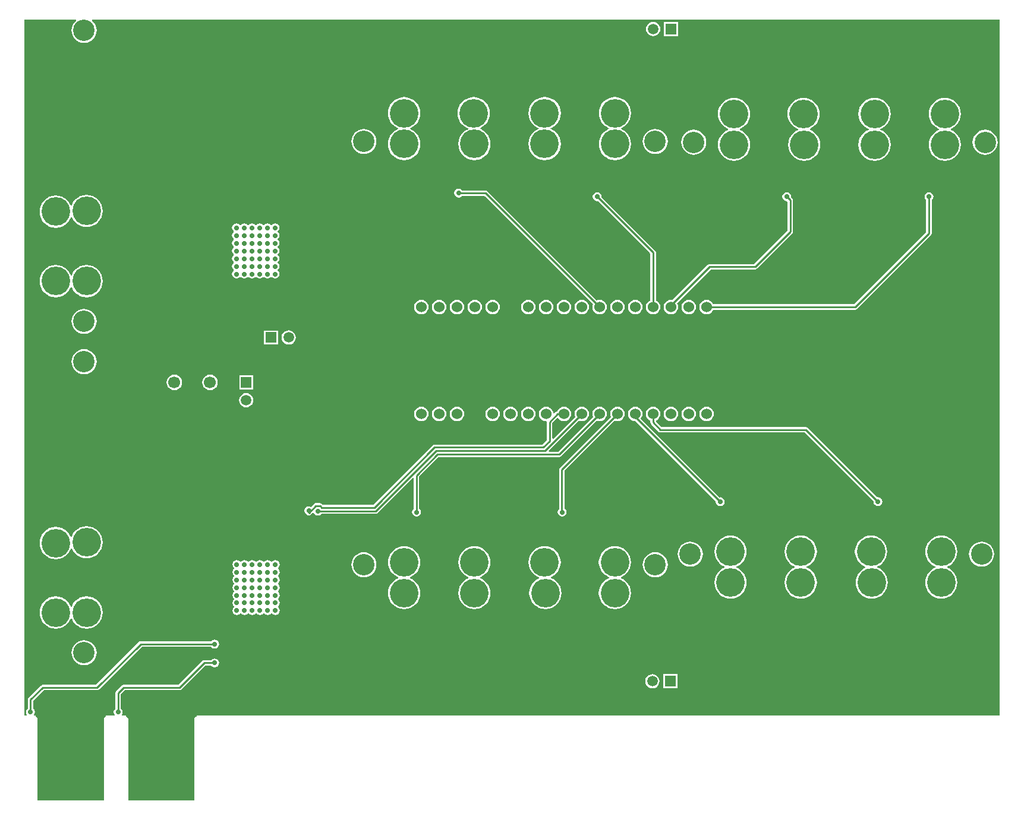
<source format=gbl>
G04 Layer_Physical_Order=2*
G04 Layer_Color=16711680*
%FSLAX25Y25*%
%MOIN*%
G70*
G01*
G75*
%ADD24C,0.01000*%
%ADD30R,0.05906X0.05906*%
%ADD31C,0.05906*%
%ADD32C,0.02902*%
%ADD33C,0.06000*%
%ADD34C,0.15748*%
%ADD35C,0.06693*%
%ADD36R,0.05906X0.05906*%
%ADD37C,0.16000*%
%ADD38C,0.12000*%
G36*
X548471Y49213D02*
X98032D01*
Y48695D01*
X97840Y48657D01*
X97344Y48325D01*
X97012Y47829D01*
X96896Y47244D01*
Y39469D01*
Y1529D01*
X59797D01*
Y39469D01*
Y47244D01*
X59681Y47829D01*
X59349Y48325D01*
X58853Y48657D01*
X58661Y48695D01*
Y49213D01*
X56367D01*
X56100Y49713D01*
X56442Y50225D01*
X56633Y51181D01*
X56442Y52137D01*
X55901Y52948D01*
X55663Y53107D01*
Y61374D01*
X57720Y63431D01*
X88583D01*
X89168Y63548D01*
X89664Y63879D01*
X102996Y77211D01*
X106342D01*
X106501Y76973D01*
X107311Y76432D01*
X108268Y76241D01*
X109224Y76432D01*
X110035Y76973D01*
X110576Y77784D01*
X110766Y78740D01*
X110576Y79696D01*
X110035Y80507D01*
X109224Y81049D01*
X108268Y81239D01*
X107311Y81049D01*
X106501Y80507D01*
X106342Y80270D01*
X102362D01*
X101777Y80153D01*
X101281Y79822D01*
X87949Y66490D01*
X57087D01*
X56501Y66374D01*
X56005Y66042D01*
X53052Y63089D01*
X52721Y62593D01*
X52605Y62008D01*
Y53107D01*
X52367Y52948D01*
X51825Y52137D01*
X51635Y51181D01*
X51825Y50225D01*
X52168Y49713D01*
X51900Y49213D01*
X47244D01*
Y48695D01*
X47052Y48657D01*
X46556Y48325D01*
X46225Y47829D01*
X46108Y47244D01*
Y39469D01*
Y1529D01*
X9010D01*
Y39469D01*
Y47244D01*
X8893Y47829D01*
X8562Y48325D01*
X8066Y48657D01*
X7874Y48695D01*
Y49213D01*
X7155D01*
X6888Y49713D01*
X7230Y50225D01*
X7420Y51181D01*
X7230Y52137D01*
X6688Y52948D01*
X6451Y53107D01*
Y57437D01*
X7874Y58861D01*
X10824Y61811D01*
X12444Y63431D01*
X42323D01*
X42908Y63548D01*
X43404Y63879D01*
X67366Y87841D01*
X106342D01*
X106501Y87603D01*
X107311Y87062D01*
X108268Y86871D01*
X109224Y87062D01*
X110035Y87603D01*
X110576Y88414D01*
X110766Y89370D01*
X110576Y90326D01*
X110035Y91137D01*
X109224Y91679D01*
X108268Y91869D01*
X107311Y91679D01*
X106501Y91137D01*
X106342Y90899D01*
X66732D01*
X66147Y90783D01*
X65651Y90452D01*
X41689Y66490D01*
X11811D01*
X11226Y66374D01*
X10730Y66042D01*
X3840Y59152D01*
X3508Y58656D01*
X3392Y58071D01*
Y53107D01*
X3154Y52948D01*
X2613Y52137D01*
X2423Y51181D01*
X2613Y50225D01*
X2955Y49713D01*
X2688Y49213D01*
X1529D01*
Y439809D01*
X30389D01*
X30568Y439309D01*
X30021Y438860D01*
X29146Y437794D01*
X28496Y436578D01*
X28096Y435259D01*
X27961Y433887D01*
X28096Y432514D01*
X28496Y431195D01*
X29146Y429979D01*
X30021Y428913D01*
X31087Y428038D01*
X32303Y427388D01*
X33622Y426988D01*
X34995Y426853D01*
X36367Y426988D01*
X37686Y427388D01*
X38902Y428038D01*
X39968Y428913D01*
X40843Y429979D01*
X41493Y431195D01*
X41893Y432514D01*
X42028Y433887D01*
X41893Y435259D01*
X41493Y436578D01*
X40843Y437794D01*
X39968Y438860D01*
X39421Y439309D01*
X39600Y439809D01*
X548471D01*
Y49213D01*
D02*
G37*
%LPC*%
G36*
X274173Y222578D02*
X273129Y222440D01*
X272156Y222037D01*
X271320Y221396D01*
X270679Y220561D01*
X270276Y219587D01*
X270139Y218543D01*
X270276Y217499D01*
X270679Y216526D01*
X271320Y215690D01*
X272156Y215049D01*
X273129Y214646D01*
X274173Y214509D01*
X275217Y214646D01*
X276190Y215049D01*
X277026Y215690D01*
X277667Y216526D01*
X278070Y217499D01*
X278208Y218543D01*
X278070Y219587D01*
X277667Y220561D01*
X277026Y221396D01*
X276190Y222037D01*
X275217Y222440D01*
X274173Y222578D01*
D02*
G37*
G36*
X264173D02*
X263129Y222440D01*
X262156Y222037D01*
X261320Y221396D01*
X260679Y220561D01*
X260276Y219587D01*
X260139Y218543D01*
X260276Y217499D01*
X260679Y216526D01*
X261320Y215690D01*
X262156Y215049D01*
X263129Y214646D01*
X264173Y214509D01*
X265217Y214646D01*
X266191Y215049D01*
X267026Y215690D01*
X267667Y216526D01*
X268070Y217499D01*
X268208Y218543D01*
X268070Y219587D01*
X267667Y220561D01*
X267026Y221396D01*
X266191Y222037D01*
X265217Y222440D01*
X264173Y222578D01*
D02*
G37*
G36*
X284173D02*
X283129Y222440D01*
X282156Y222037D01*
X281320Y221396D01*
X280679Y220561D01*
X280276Y219587D01*
X280139Y218543D01*
X280276Y217499D01*
X280679Y216526D01*
X281320Y215690D01*
X282156Y215049D01*
X283129Y214646D01*
X284173Y214509D01*
X285217Y214646D01*
X286191Y215049D01*
X287026Y215690D01*
X287667Y216526D01*
X288070Y217499D01*
X288208Y218543D01*
X288070Y219587D01*
X287667Y220561D01*
X287026Y221396D01*
X286191Y222037D01*
X285217Y222440D01*
X284173Y222578D01*
D02*
G37*
G36*
X324173D02*
X323129Y222440D01*
X322156Y222037D01*
X321320Y221396D01*
X320679Y220561D01*
X320276Y219587D01*
X320139Y218543D01*
X320276Y217499D01*
X320478Y217011D01*
X300863Y197396D01*
X295842D01*
X295650Y197857D01*
X312641Y214848D01*
X313129Y214646D01*
X314173Y214509D01*
X315217Y214646D01*
X316191Y215049D01*
X317026Y215690D01*
X317667Y216526D01*
X318070Y217499D01*
X318208Y218543D01*
X318070Y219587D01*
X317667Y220561D01*
X317026Y221396D01*
X316191Y222037D01*
X315217Y222440D01*
X314173Y222578D01*
X313129Y222440D01*
X312156Y222037D01*
X311320Y221396D01*
X310679Y220561D01*
X310276Y219587D01*
X310139Y218543D01*
X310276Y217499D01*
X310478Y217011D01*
X298028Y204561D01*
X297567Y204753D01*
Y213410D01*
X300413Y216256D01*
X300912Y216223D01*
X301320Y215690D01*
X302156Y215049D01*
X303129Y214646D01*
X304173Y214509D01*
X305217Y214646D01*
X306190Y215049D01*
X307026Y215690D01*
X307667Y216526D01*
X308070Y217499D01*
X308208Y218543D01*
X308070Y219587D01*
X307667Y220561D01*
X307026Y221396D01*
X306190Y222037D01*
X305217Y222440D01*
X304173Y222578D01*
X303129Y222440D01*
X302156Y222037D01*
X301320Y221396D01*
X300679Y220561D01*
X300472Y220060D01*
X299952Y219956D01*
X299456Y219625D01*
X298673Y218842D01*
X298145Y219021D01*
X298070Y219587D01*
X297667Y220561D01*
X297026Y221396D01*
X296191Y222037D01*
X295217Y222440D01*
X294173Y222578D01*
X293129Y222440D01*
X292156Y222037D01*
X291320Y221396D01*
X290679Y220561D01*
X290276Y219587D01*
X290139Y218543D01*
X290276Y217499D01*
X290679Y216526D01*
X291320Y215690D01*
X292156Y215049D01*
X293129Y214646D01*
X294093Y214519D01*
X294308Y214381D01*
X294528Y214146D01*
X294508Y214043D01*
Y203869D01*
X292034Y201396D01*
X231611D01*
X231026Y201279D01*
X230529Y200948D01*
X197088Y167506D01*
X168948D01*
X168445Y168009D01*
X167949Y168340D01*
X167364Y168457D01*
X164919D01*
X164334Y168340D01*
X163838Y168009D01*
X162179Y166349D01*
X161980Y166482D01*
X161024Y166672D01*
X160067Y166482D01*
X159257Y165940D01*
X158715Y165129D01*
X158525Y164173D01*
X158715Y163217D01*
X159257Y162406D01*
X160067Y161865D01*
X160071Y161864D01*
X160438Y161618D01*
X161024Y161502D01*
X161609Y161618D01*
X161977Y161864D01*
X161980Y161865D01*
X162791Y162406D01*
X163252Y163097D01*
X163349Y163194D01*
X163770Y163066D01*
X163853Y162991D01*
X164375Y162209D01*
X165185Y161668D01*
X166142Y161478D01*
X167098Y161668D01*
X167909Y162209D01*
X168067Y162447D01*
X198549D01*
X199135Y162563D01*
X199631Y162895D01*
X219467Y182731D01*
X219929Y182540D01*
Y178514D01*
X219927Y178504D01*
Y165311D01*
X219690Y165153D01*
X219148Y164342D01*
X218958Y163386D01*
X219148Y162430D01*
X219690Y161619D01*
X220500Y161077D01*
X221457Y160887D01*
X222413Y161077D01*
X223224Y161619D01*
X223765Y162430D01*
X223955Y163386D01*
X223765Y164342D01*
X223224Y165153D01*
X222986Y165311D01*
Y178492D01*
X222988Y178502D01*
Y183424D01*
X233901Y194337D01*
X301496D01*
X302081Y194453D01*
X302577Y194785D01*
X322641Y214848D01*
X323129Y214646D01*
X324173Y214509D01*
X325217Y214646D01*
X326190Y215049D01*
X327026Y215690D01*
X327667Y216526D01*
X328070Y217499D01*
X328208Y218543D01*
X328070Y219587D01*
X327667Y220561D01*
X327026Y221396D01*
X326190Y222037D01*
X325217Y222440D01*
X324173Y222578D01*
D02*
G37*
G36*
X244173D02*
X243129Y222440D01*
X242156Y222037D01*
X241320Y221396D01*
X240679Y220561D01*
X240276Y219587D01*
X240139Y218543D01*
X240276Y217499D01*
X240679Y216526D01*
X241320Y215690D01*
X242156Y215049D01*
X243129Y214646D01*
X244173Y214509D01*
X245217Y214646D01*
X246191Y215049D01*
X247026Y215690D01*
X247667Y216526D01*
X248070Y217499D01*
X248208Y218543D01*
X248070Y219587D01*
X247667Y220561D01*
X247026Y221396D01*
X246191Y222037D01*
X245217Y222440D01*
X244173Y222578D01*
D02*
G37*
G36*
X354173D02*
X353129Y222440D01*
X352156Y222037D01*
X351320Y221396D01*
X350679Y220561D01*
X350276Y219587D01*
X350139Y218543D01*
X350276Y217499D01*
X350679Y216526D01*
X351320Y215690D01*
X352156Y215049D01*
X352644Y214847D01*
Y213740D01*
X352760Y213155D01*
X353092Y212659D01*
X357186Y208564D01*
X357682Y208233D01*
X358268Y208116D01*
X439327D01*
X477872Y169571D01*
X477816Y169291D01*
X478006Y168335D01*
X478548Y167524D01*
X479359Y166983D01*
X480315Y166793D01*
X481271Y166983D01*
X482082Y167524D01*
X482623Y168335D01*
X482814Y169291D01*
X482623Y170248D01*
X482082Y171058D01*
X481271Y171600D01*
X480315Y171790D01*
X480035Y171734D01*
X441042Y210727D01*
X440546Y211059D01*
X439961Y211175D01*
X358901D01*
X355703Y214374D01*
Y214847D01*
X356190Y215049D01*
X357026Y215690D01*
X357667Y216526D01*
X358070Y217499D01*
X358208Y218543D01*
X358070Y219587D01*
X357667Y220561D01*
X357026Y221396D01*
X356190Y222037D01*
X355217Y222440D01*
X354173Y222578D01*
D02*
G37*
G36*
X344173D02*
X343129Y222440D01*
X342156Y222037D01*
X341320Y221396D01*
X340679Y220561D01*
X340276Y219587D01*
X340139Y218543D01*
X340276Y217499D01*
X340679Y216526D01*
X341320Y215690D01*
X342156Y215049D01*
X343129Y214646D01*
X344173Y214509D01*
X344331Y214530D01*
X389289Y169571D01*
X389233Y169291D01*
X389424Y168335D01*
X389965Y167524D01*
X390776Y166983D01*
X391732Y166793D01*
X392688Y166983D01*
X393499Y167524D01*
X394041Y168335D01*
X394231Y169291D01*
X394041Y170248D01*
X393499Y171058D01*
X392688Y171600D01*
X391732Y171790D01*
X391452Y171734D01*
X347230Y215956D01*
X347667Y216526D01*
X348070Y217499D01*
X348208Y218543D01*
X348070Y219587D01*
X347667Y220561D01*
X347026Y221396D01*
X346191Y222037D01*
X345217Y222440D01*
X344173Y222578D01*
D02*
G37*
G36*
X234173D02*
X233129Y222440D01*
X232156Y222037D01*
X231320Y221396D01*
X230679Y220561D01*
X230276Y219587D01*
X230139Y218543D01*
X230276Y217499D01*
X230679Y216526D01*
X231320Y215690D01*
X232156Y215049D01*
X233129Y214646D01*
X234173Y214509D01*
X235217Y214646D01*
X236191Y215049D01*
X237026Y215690D01*
X237667Y216526D01*
X238070Y217499D01*
X238208Y218543D01*
X238070Y219587D01*
X237667Y220561D01*
X237026Y221396D01*
X236191Y222037D01*
X235217Y222440D01*
X234173Y222578D01*
D02*
G37*
G36*
X224173D02*
X223129Y222440D01*
X222156Y222037D01*
X221320Y221396D01*
X220679Y220561D01*
X220276Y219587D01*
X220139Y218543D01*
X220276Y217499D01*
X220679Y216526D01*
X221320Y215690D01*
X222156Y215049D01*
X223129Y214646D01*
X224173Y214509D01*
X225217Y214646D01*
X226190Y215049D01*
X227026Y215690D01*
X227667Y216526D01*
X228070Y217499D01*
X228208Y218543D01*
X228070Y219587D01*
X227667Y220561D01*
X227026Y221396D01*
X226190Y222037D01*
X225217Y222440D01*
X224173Y222578D01*
D02*
G37*
G36*
X105630Y240604D02*
X104495Y240455D01*
X103438Y240017D01*
X102530Y239320D01*
X101833Y238412D01*
X101395Y237355D01*
X101246Y236221D01*
X101395Y235086D01*
X101833Y234029D01*
X102530Y233120D01*
X103438Y232424D01*
X104495Y231986D01*
X105630Y231837D01*
X106765Y231986D01*
X107822Y232424D01*
X108730Y233120D01*
X109426Y234029D01*
X109864Y235086D01*
X110014Y236221D01*
X109864Y237355D01*
X109426Y238412D01*
X108730Y239320D01*
X107822Y240017D01*
X106765Y240455D01*
X105630Y240604D01*
D02*
G37*
G36*
X85630D02*
X84495Y240455D01*
X83438Y240017D01*
X82530Y239320D01*
X81833Y238412D01*
X81395Y237355D01*
X81246Y236221D01*
X81395Y235086D01*
X81833Y234029D01*
X82530Y233120D01*
X83438Y232424D01*
X84495Y231986D01*
X85630Y231837D01*
X86765Y231986D01*
X87822Y232424D01*
X88730Y233120D01*
X89426Y234029D01*
X89864Y235086D01*
X90014Y236221D01*
X89864Y237355D01*
X89426Y238412D01*
X88730Y239320D01*
X87822Y240017D01*
X86765Y240455D01*
X85630Y240604D01*
D02*
G37*
G36*
X34995Y254897D02*
X33622Y254762D01*
X32303Y254361D01*
X31087Y253711D01*
X30021Y252837D01*
X29146Y251771D01*
X28496Y250555D01*
X28096Y249235D01*
X27961Y247863D01*
X28096Y246491D01*
X28496Y245171D01*
X29146Y243955D01*
X30021Y242889D01*
X31087Y242015D01*
X32303Y241365D01*
X33622Y240964D01*
X34995Y240829D01*
X36367Y240964D01*
X37686Y241365D01*
X38902Y242015D01*
X39968Y242889D01*
X40843Y243955D01*
X41493Y245171D01*
X41893Y246491D01*
X42028Y247863D01*
X41893Y249235D01*
X41493Y250555D01*
X40843Y251771D01*
X39968Y252837D01*
X38902Y253711D01*
X37686Y254361D01*
X36367Y254762D01*
X34995Y254897D01*
D02*
G37*
G36*
X129937Y240173D02*
X122031D01*
Y232268D01*
X129937D01*
Y240173D01*
D02*
G37*
G36*
X125984Y230207D02*
X124952Y230071D01*
X123991Y229673D01*
X123165Y229040D01*
X122531Y228214D01*
X122133Y227252D01*
X121997Y226220D01*
X122133Y225189D01*
X122531Y224227D01*
X123165Y223401D01*
X123991Y222768D01*
X124952Y222370D01*
X125984Y222234D01*
X127016Y222370D01*
X127978Y222768D01*
X128803Y223401D01*
X129437Y224227D01*
X129835Y225189D01*
X129971Y226220D01*
X129835Y227252D01*
X129437Y228214D01*
X128803Y229040D01*
X127978Y229673D01*
X127016Y230071D01*
X125984Y230207D01*
D02*
G37*
G36*
X364173Y222578D02*
X363129Y222440D01*
X362156Y222037D01*
X361320Y221396D01*
X360679Y220561D01*
X360276Y219587D01*
X360139Y218543D01*
X360276Y217499D01*
X360679Y216526D01*
X361320Y215690D01*
X362156Y215049D01*
X363129Y214646D01*
X364173Y214509D01*
X365217Y214646D01*
X366191Y215049D01*
X367026Y215690D01*
X367667Y216526D01*
X368070Y217499D01*
X368208Y218543D01*
X368070Y219587D01*
X367667Y220561D01*
X367026Y221396D01*
X366191Y222037D01*
X365217Y222440D01*
X364173Y222578D01*
D02*
G37*
G36*
X334173D02*
X333129Y222440D01*
X332156Y222037D01*
X331320Y221396D01*
X330679Y220561D01*
X330276Y219587D01*
X330139Y218543D01*
X330276Y217499D01*
X330478Y217011D01*
X301846Y188379D01*
X301514Y187882D01*
X301398Y187297D01*
Y165163D01*
X301383Y165153D01*
X300841Y164342D01*
X300651Y163386D01*
X300841Y162430D01*
X301383Y161619D01*
X302193Y161077D01*
X303150Y160887D01*
X304106Y161077D01*
X304917Y161619D01*
X305458Y162430D01*
X305648Y163386D01*
X305458Y164342D01*
X304917Y165153D01*
X304457Y165460D01*
Y186664D01*
X332641Y214848D01*
X333129Y214646D01*
X334173Y214509D01*
X335217Y214646D01*
X336191Y215049D01*
X337026Y215690D01*
X337667Y216526D01*
X338070Y217499D01*
X338208Y218543D01*
X338070Y219587D01*
X337667Y220561D01*
X337026Y221396D01*
X336191Y222037D01*
X335217Y222440D01*
X334173Y222578D01*
D02*
G37*
G36*
X384173D02*
X383129Y222440D01*
X382156Y222037D01*
X381320Y221396D01*
X380679Y220561D01*
X380276Y219587D01*
X380139Y218543D01*
X380276Y217499D01*
X380679Y216526D01*
X381320Y215690D01*
X382156Y215049D01*
X383129Y214646D01*
X384173Y214509D01*
X385217Y214646D01*
X386191Y215049D01*
X387026Y215690D01*
X387667Y216526D01*
X388070Y217499D01*
X388208Y218543D01*
X388070Y219587D01*
X387667Y220561D01*
X387026Y221396D01*
X386191Y222037D01*
X385217Y222440D01*
X384173Y222578D01*
D02*
G37*
G36*
X374173D02*
X373129Y222440D01*
X372156Y222037D01*
X371320Y221396D01*
X370679Y220561D01*
X370276Y219587D01*
X370139Y218543D01*
X370276Y217499D01*
X370679Y216526D01*
X371320Y215690D01*
X372156Y215049D01*
X373129Y214646D01*
X374173Y214509D01*
X375217Y214646D01*
X376190Y215049D01*
X377026Y215690D01*
X377667Y216526D01*
X378070Y217499D01*
X378208Y218543D01*
X378070Y219587D01*
X377667Y220561D01*
X377026Y221396D01*
X376190Y222037D01*
X375217Y222440D01*
X374173Y222578D01*
D02*
G37*
G36*
X332729Y144302D02*
X330965Y144128D01*
X329268Y143613D01*
X327705Y142778D01*
X326334Y141653D01*
X325210Y140283D01*
X324374Y138719D01*
X323859Y137023D01*
X323686Y135258D01*
X323859Y133494D01*
X324374Y131798D01*
X325210Y130234D01*
X326334Y128864D01*
X327705Y127739D01*
X329268Y126903D01*
X329416Y126858D01*
Y126358D01*
X329268Y126313D01*
X327705Y125478D01*
X326334Y124353D01*
X325210Y122983D01*
X324374Y121419D01*
X323859Y119723D01*
X323686Y117958D01*
X323859Y116194D01*
X324374Y114497D01*
X325210Y112934D01*
X326334Y111564D01*
X327705Y110439D01*
X329268Y109603D01*
X330965Y109089D01*
X332729Y108915D01*
X334493Y109089D01*
X336190Y109603D01*
X337754Y110439D01*
X339124Y111564D01*
X340249Y112934D01*
X341084Y114497D01*
X341599Y116194D01*
X341773Y117958D01*
X341599Y119723D01*
X341084Y121419D01*
X340249Y122983D01*
X339124Y124353D01*
X337754Y125478D01*
X336190Y126313D01*
X336042Y126358D01*
Y126858D01*
X336190Y126903D01*
X337754Y127739D01*
X339124Y128864D01*
X340249Y130234D01*
X341084Y131798D01*
X341599Y133494D01*
X341773Y135258D01*
X341599Y137023D01*
X341084Y138719D01*
X340249Y140283D01*
X339124Y141653D01*
X337754Y142778D01*
X336190Y143613D01*
X334493Y144128D01*
X332729Y144302D01*
D02*
G37*
G36*
X293329D02*
X291565Y144128D01*
X289868Y143613D01*
X288305Y142778D01*
X286934Y141653D01*
X285810Y140283D01*
X284974Y138719D01*
X284459Y137023D01*
X284286Y135258D01*
X284459Y133494D01*
X284974Y131798D01*
X285810Y130234D01*
X286934Y128864D01*
X288305Y127739D01*
X289868Y126903D01*
X290268Y126782D01*
Y126709D01*
X290204Y126279D01*
X288705Y125478D01*
X287334Y124353D01*
X286210Y122983D01*
X285374Y121419D01*
X284859Y119723D01*
X284686Y117958D01*
X284859Y116194D01*
X285374Y114497D01*
X286210Y112934D01*
X287334Y111564D01*
X288705Y110439D01*
X290268Y109603D01*
X291965Y109089D01*
X293729Y108915D01*
X295494Y109089D01*
X297190Y109603D01*
X298753Y110439D01*
X300124Y111564D01*
X301249Y112934D01*
X302084Y114497D01*
X302599Y116194D01*
X302773Y117958D01*
X302599Y119723D01*
X302084Y121419D01*
X301249Y122983D01*
X300124Y124353D01*
X298753Y125478D01*
X297190Y126313D01*
X296790Y126435D01*
Y126507D01*
X296855Y126938D01*
X298354Y127739D01*
X299724Y128864D01*
X300849Y130234D01*
X301684Y131798D01*
X302199Y133494D01*
X302373Y135258D01*
X302199Y137023D01*
X301684Y138719D01*
X300849Y140283D01*
X299724Y141653D01*
X298354Y142778D01*
X296790Y143613D01*
X295093Y144128D01*
X293329Y144302D01*
D02*
G37*
G36*
X397586Y150243D02*
X395821Y150069D01*
X394125Y149554D01*
X392562Y148719D01*
X391191Y147594D01*
X390066Y146223D01*
X389231Y144660D01*
X388716Y142963D01*
X388542Y141199D01*
X388716Y139435D01*
X389231Y137738D01*
X390066Y136175D01*
X391191Y134804D01*
X392562Y133680D01*
X394125Y132844D01*
X394273Y132799D01*
Y132299D01*
X394125Y132254D01*
X392562Y131419D01*
X391191Y130294D01*
X390066Y128923D01*
X389231Y127360D01*
X388716Y125663D01*
X388542Y123899D01*
X388716Y122135D01*
X389231Y120438D01*
X390066Y118875D01*
X391191Y117504D01*
X392562Y116380D01*
X394125Y115544D01*
X395821Y115029D01*
X397586Y114856D01*
X399350Y115029D01*
X401047Y115544D01*
X402610Y116380D01*
X403981Y117504D01*
X405105Y118875D01*
X405941Y120438D01*
X406456Y122135D01*
X406629Y123899D01*
X406456Y125663D01*
X405941Y127360D01*
X405105Y128923D01*
X403981Y130294D01*
X402610Y131419D01*
X401047Y132254D01*
X400899Y132299D01*
Y132799D01*
X401047Y132844D01*
X402610Y133680D01*
X403981Y134804D01*
X405105Y136175D01*
X405941Y137738D01*
X406456Y139435D01*
X406629Y141199D01*
X406456Y142963D01*
X405941Y144660D01*
X405105Y146223D01*
X403981Y147594D01*
X402610Y148719D01*
X401047Y149554D01*
X399350Y150069D01*
X397586Y150243D01*
D02*
G37*
G36*
X36395Y116106D02*
X34630Y115933D01*
X32934Y115418D01*
X31370Y114582D01*
X30000Y113458D01*
X28875Y112087D01*
X28039Y110524D01*
X27994Y110376D01*
X27494D01*
X27450Y110524D01*
X26614Y112087D01*
X25489Y113458D01*
X24119Y114582D01*
X22555Y115418D01*
X20859Y115933D01*
X19094Y116106D01*
X17330Y115933D01*
X15634Y115418D01*
X14070Y114582D01*
X12700Y113458D01*
X11575Y112087D01*
X10739Y110524D01*
X10225Y108827D01*
X10051Y107063D01*
X10225Y105299D01*
X10739Y103602D01*
X11575Y102039D01*
X12700Y100668D01*
X14070Y99543D01*
X15634Y98708D01*
X17330Y98193D01*
X19094Y98019D01*
X20859Y98193D01*
X22555Y98708D01*
X24119Y99543D01*
X25489Y100668D01*
X26614Y102039D01*
X27450Y103602D01*
X27494Y103750D01*
X27994D01*
X28039Y103602D01*
X28875Y102039D01*
X30000Y100668D01*
X31370Y99543D01*
X32934Y98708D01*
X34630Y98193D01*
X36395Y98019D01*
X38159Y98193D01*
X39855Y98708D01*
X41419Y99543D01*
X42789Y100668D01*
X43914Y102039D01*
X44750Y103602D01*
X45264Y105299D01*
X45438Y107063D01*
X45264Y108827D01*
X44750Y110524D01*
X43914Y112087D01*
X42789Y113458D01*
X41419Y114582D01*
X39855Y115418D01*
X38159Y115933D01*
X36395Y116106D01*
D02*
G37*
G36*
X253929Y144302D02*
X252165Y144128D01*
X250468Y143613D01*
X248905Y142778D01*
X247534Y141653D01*
X246410Y140283D01*
X245574Y138719D01*
X245059Y137023D01*
X244886Y135258D01*
X245059Y133494D01*
X245574Y131798D01*
X246410Y130234D01*
X247534Y128864D01*
X248905Y127739D01*
X250468Y126903D01*
X250616Y126858D01*
Y126358D01*
X250468Y126313D01*
X248905Y125478D01*
X247534Y124353D01*
X246410Y122983D01*
X245574Y121419D01*
X245059Y119723D01*
X244886Y117958D01*
X245059Y116194D01*
X245574Y114497D01*
X246410Y112934D01*
X247534Y111564D01*
X248905Y110439D01*
X250468Y109603D01*
X252165Y109089D01*
X253929Y108915D01*
X255694Y109089D01*
X257390Y109603D01*
X258953Y110439D01*
X260324Y111564D01*
X261449Y112934D01*
X262284Y114497D01*
X262799Y116194D01*
X262973Y117958D01*
X262799Y119723D01*
X262284Y121419D01*
X261449Y122983D01*
X260324Y124353D01*
X258953Y125478D01*
X257390Y126313D01*
X257242Y126358D01*
Y126858D01*
X257390Y126903D01*
X258953Y127739D01*
X260324Y128864D01*
X261449Y130234D01*
X262284Y131798D01*
X262799Y133494D01*
X262973Y135258D01*
X262799Y137023D01*
X262284Y138719D01*
X261449Y140283D01*
X260324Y141653D01*
X258953Y142778D01*
X257390Y143613D01*
X255694Y144128D01*
X253929Y144302D01*
D02*
G37*
G36*
X367732Y72457D02*
X359827D01*
Y64551D01*
X367732D01*
Y72457D01*
D02*
G37*
G36*
X353780Y72491D02*
X352748Y72355D01*
X351786Y71957D01*
X350960Y71323D01*
X350327Y70497D01*
X349928Y69536D01*
X349793Y68504D01*
X349928Y67472D01*
X350327Y66510D01*
X350960Y65685D01*
X351786Y65051D01*
X352748Y64653D01*
X353780Y64517D01*
X354811Y64653D01*
X355773Y65051D01*
X356599Y65685D01*
X357232Y66510D01*
X357630Y67472D01*
X357766Y68504D01*
X357630Y69536D01*
X357232Y70497D01*
X356599Y71323D01*
X355773Y71957D01*
X354811Y72355D01*
X353780Y72491D01*
D02*
G37*
G36*
X214529Y144302D02*
X212765Y144128D01*
X211068Y143613D01*
X209505Y142778D01*
X208134Y141653D01*
X207010Y140283D01*
X206174Y138719D01*
X205659Y137023D01*
X205486Y135258D01*
X205659Y133494D01*
X206174Y131798D01*
X207010Y130234D01*
X208134Y128864D01*
X209505Y127739D01*
X211068Y126903D01*
X211216Y126858D01*
Y126358D01*
X211068Y126313D01*
X209505Y125478D01*
X208134Y124353D01*
X207010Y122983D01*
X206174Y121419D01*
X205659Y119723D01*
X205486Y117958D01*
X205659Y116194D01*
X206174Y114497D01*
X207010Y112934D01*
X208134Y111564D01*
X209505Y110439D01*
X211068Y109603D01*
X212765Y109089D01*
X214529Y108915D01*
X216294Y109089D01*
X217990Y109603D01*
X219553Y110439D01*
X220924Y111564D01*
X222049Y112934D01*
X222884Y114497D01*
X223399Y116194D01*
X223573Y117958D01*
X223399Y119723D01*
X222884Y121419D01*
X222049Y122983D01*
X220924Y124353D01*
X219553Y125478D01*
X217990Y126313D01*
X217842Y126358D01*
Y126858D01*
X217990Y126903D01*
X219553Y127739D01*
X220924Y128864D01*
X222049Y130234D01*
X222884Y131798D01*
X223399Y133494D01*
X223573Y135258D01*
X223399Y137023D01*
X222884Y138719D01*
X222049Y140283D01*
X220924Y141653D01*
X219553Y142778D01*
X217990Y143613D01*
X216294Y144128D01*
X214529Y144302D01*
D02*
G37*
G36*
X34995Y91497D02*
X33622Y91362D01*
X32303Y90961D01*
X31087Y90311D01*
X30021Y89437D01*
X29146Y88371D01*
X28496Y87155D01*
X28096Y85835D01*
X27961Y84463D01*
X28096Y83091D01*
X28496Y81771D01*
X29146Y80555D01*
X30021Y79489D01*
X31087Y78614D01*
X32303Y77965D01*
X33622Y77564D01*
X34995Y77429D01*
X36367Y77564D01*
X37686Y77965D01*
X38902Y78614D01*
X39968Y79489D01*
X40843Y80555D01*
X41493Y81771D01*
X41893Y83091D01*
X42028Y84463D01*
X41893Y85835D01*
X41493Y87155D01*
X40843Y88371D01*
X39968Y89437D01*
X38902Y90311D01*
X37686Y90961D01*
X36367Y91362D01*
X34995Y91497D01*
D02*
G37*
G36*
X538386Y146833D02*
X537014Y146698D01*
X535694Y146298D01*
X534478Y145648D01*
X533412Y144773D01*
X532537Y143707D01*
X531887Y142491D01*
X531487Y141171D01*
X531352Y139799D01*
X531487Y138427D01*
X531887Y137107D01*
X532537Y135891D01*
X533412Y134825D01*
X534478Y133951D01*
X535694Y133301D01*
X537014Y132900D01*
X538386Y132765D01*
X539758Y132900D01*
X541078Y133301D01*
X542294Y133951D01*
X543360Y134825D01*
X544234Y135891D01*
X544884Y137107D01*
X545285Y138427D01*
X545420Y139799D01*
X545285Y141171D01*
X544884Y142491D01*
X544234Y143707D01*
X543360Y144773D01*
X542294Y145648D01*
X541078Y146298D01*
X539758Y146698D01*
X538386Y146833D01*
D02*
G37*
G36*
X374986D02*
X373614Y146698D01*
X372294Y146298D01*
X371078Y145648D01*
X370012Y144773D01*
X369137Y143707D01*
X368487Y142491D01*
X368087Y141171D01*
X367952Y139799D01*
X368087Y138427D01*
X368487Y137107D01*
X369137Y135891D01*
X370012Y134825D01*
X371078Y133951D01*
X372294Y133301D01*
X373614Y132900D01*
X374986Y132765D01*
X376358Y132900D01*
X377678Y133301D01*
X378894Y133951D01*
X379960Y134825D01*
X380834Y135891D01*
X381484Y137107D01*
X381885Y138427D01*
X382020Y139799D01*
X381885Y141171D01*
X381484Y142491D01*
X380834Y143707D01*
X379960Y144773D01*
X378894Y145648D01*
X377678Y146298D01*
X376358Y146698D01*
X374986Y146833D01*
D02*
G37*
G36*
X36395Y155507D02*
X34630Y155333D01*
X32934Y154818D01*
X31370Y153982D01*
X30000Y152858D01*
X28875Y151487D01*
X28039Y149924D01*
X27918Y149524D01*
X27845D01*
X27415Y149588D01*
X26614Y151087D01*
X25489Y152458D01*
X24119Y153582D01*
X22555Y154418D01*
X20859Y154933D01*
X19094Y155106D01*
X17330Y154933D01*
X15634Y154418D01*
X14070Y153582D01*
X12700Y152458D01*
X11575Y151087D01*
X10739Y149524D01*
X10225Y147827D01*
X10051Y146063D01*
X10225Y144299D01*
X10739Y142602D01*
X11575Y141039D01*
X12700Y139668D01*
X14070Y138543D01*
X15634Y137708D01*
X17330Y137193D01*
X19094Y137019D01*
X20859Y137193D01*
X22555Y137708D01*
X24119Y138543D01*
X25489Y139668D01*
X26614Y141039D01*
X27450Y142602D01*
X27571Y143002D01*
X27643D01*
X28074Y142938D01*
X28875Y141439D01*
X30000Y140068D01*
X31370Y138944D01*
X32934Y138108D01*
X34630Y137593D01*
X36395Y137419D01*
X38159Y137593D01*
X39855Y138108D01*
X41419Y138944D01*
X42789Y140068D01*
X43914Y141439D01*
X44750Y143002D01*
X45264Y144699D01*
X45438Y146463D01*
X45264Y148227D01*
X44750Y149924D01*
X43914Y151487D01*
X42789Y152858D01*
X41419Y153982D01*
X39855Y154818D01*
X38159Y155333D01*
X36395Y155507D01*
D02*
G37*
G36*
X142323Y136554D02*
X141367Y136364D01*
X140556Y135822D01*
X140408Y135600D01*
X139908D01*
X139759Y135822D01*
X138948Y136364D01*
X137992Y136554D01*
X137036Y136364D01*
X136225Y135822D01*
X136077Y135600D01*
X135577D01*
X135428Y135822D01*
X134618Y136364D01*
X133661Y136554D01*
X132705Y136364D01*
X131895Y135822D01*
X131746Y135600D01*
X131246D01*
X131098Y135822D01*
X130287Y136364D01*
X129331Y136554D01*
X128375Y136364D01*
X127564Y135822D01*
X127415Y135600D01*
X126915D01*
X126767Y135822D01*
X125956Y136364D01*
X125000Y136554D01*
X124044Y136364D01*
X123233Y135822D01*
X123085Y135600D01*
X122585D01*
X122436Y135822D01*
X121625Y136364D01*
X120669Y136554D01*
X119713Y136364D01*
X118902Y135822D01*
X118361Y135011D01*
X118170Y134055D01*
X118361Y133099D01*
X118902Y132288D01*
X119124Y132140D01*
Y131640D01*
X118902Y131491D01*
X118361Y130681D01*
X118170Y129724D01*
X118361Y128768D01*
X118902Y127957D01*
X119124Y127809D01*
Y127309D01*
X118902Y127161D01*
X118361Y126350D01*
X118170Y125394D01*
X118361Y124437D01*
X118902Y123627D01*
X119124Y123478D01*
Y122978D01*
X118902Y122830D01*
X118361Y122019D01*
X118170Y121063D01*
X118361Y120107D01*
X118902Y119296D01*
X119124Y119148D01*
Y118648D01*
X118902Y118499D01*
X118361Y117689D01*
X118170Y116732D01*
X118361Y115776D01*
X118902Y114965D01*
X119124Y114817D01*
Y114317D01*
X118902Y114169D01*
X118361Y113358D01*
X118170Y112402D01*
X118361Y111445D01*
X118902Y110635D01*
X119124Y110486D01*
Y109986D01*
X118902Y109838D01*
X118361Y109027D01*
X118170Y108071D01*
X118361Y107115D01*
X118902Y106304D01*
X119713Y105762D01*
X120669Y105572D01*
X121625Y105762D01*
X122436Y106304D01*
X122585Y106526D01*
X123085D01*
X123233Y106304D01*
X124044Y105762D01*
X125000Y105572D01*
X125956Y105762D01*
X126767Y106304D01*
X126915Y106526D01*
X127415D01*
X127564Y106304D01*
X128375Y105762D01*
X129331Y105572D01*
X130287Y105762D01*
X131098Y106304D01*
X131246Y106526D01*
X131746D01*
X131895Y106304D01*
X132705Y105762D01*
X133661Y105572D01*
X134618Y105762D01*
X135428Y106304D01*
X135577Y106526D01*
X136077D01*
X136225Y106304D01*
X137036Y105762D01*
X137992Y105572D01*
X138948Y105762D01*
X139759Y106304D01*
X139908Y106526D01*
X140408D01*
X140556Y106304D01*
X141367Y105762D01*
X142323Y105572D01*
X143279Y105762D01*
X144090Y106304D01*
X144631Y107115D01*
X144822Y108071D01*
X144631Y109027D01*
X144090Y109838D01*
X143868Y109986D01*
Y110486D01*
X144090Y110635D01*
X144631Y111445D01*
X144822Y112402D01*
X144631Y113358D01*
X144090Y114169D01*
X143868Y114317D01*
Y114817D01*
X144090Y114965D01*
X144631Y115776D01*
X144822Y116732D01*
X144631Y117689D01*
X144090Y118499D01*
X143868Y118648D01*
Y119148D01*
X144090Y119296D01*
X144631Y120107D01*
X144822Y121063D01*
X144631Y122019D01*
X144090Y122830D01*
X143868Y122978D01*
Y123478D01*
X144090Y123627D01*
X144631Y124437D01*
X144822Y125394D01*
X144631Y126350D01*
X144090Y127161D01*
X143868Y127309D01*
Y127809D01*
X144090Y127957D01*
X144631Y128768D01*
X144822Y129724D01*
X144631Y130681D01*
X144090Y131491D01*
X143868Y131640D01*
Y132140D01*
X144090Y132288D01*
X144631Y133099D01*
X144822Y134055D01*
X144631Y135011D01*
X144090Y135822D01*
X143279Y136364D01*
X142323Y136554D01*
D02*
G37*
G36*
X355329Y140892D02*
X353957Y140757D01*
X352637Y140357D01*
X351421Y139707D01*
X350356Y138832D01*
X349481Y137766D01*
X348831Y136550D01*
X348430Y135231D01*
X348295Y133858D01*
X348430Y132486D01*
X348831Y131167D01*
X349481Y129950D01*
X350356Y128885D01*
X351421Y128010D01*
X352637Y127360D01*
X353957Y126960D01*
X355329Y126824D01*
X356701Y126960D01*
X358021Y127360D01*
X359237Y128010D01*
X360303Y128885D01*
X361178Y129950D01*
X361828Y131167D01*
X362228Y132486D01*
X362363Y133858D01*
X362228Y135231D01*
X361828Y136550D01*
X361178Y137766D01*
X360303Y138832D01*
X359237Y139707D01*
X358021Y140357D01*
X356701Y140757D01*
X355329Y140892D01*
D02*
G37*
G36*
X476386Y150243D02*
X474621Y150069D01*
X472925Y149554D01*
X471361Y148719D01*
X469991Y147594D01*
X468866Y146223D01*
X468031Y144660D01*
X467516Y142963D01*
X467342Y141199D01*
X467516Y139435D01*
X468031Y137738D01*
X468866Y136175D01*
X469991Y134804D01*
X471361Y133680D01*
X472925Y132844D01*
X473325Y132723D01*
Y132650D01*
X473260Y132220D01*
X471762Y131419D01*
X470391Y130294D01*
X469266Y128923D01*
X468431Y127360D01*
X467916Y125663D01*
X467742Y123899D01*
X467916Y122135D01*
X468431Y120438D01*
X469266Y118875D01*
X470391Y117504D01*
X471762Y116380D01*
X473325Y115544D01*
X475022Y115029D01*
X476786Y114856D01*
X478550Y115029D01*
X480247Y115544D01*
X481810Y116380D01*
X483181Y117504D01*
X484305Y118875D01*
X485141Y120438D01*
X485656Y122135D01*
X485829Y123899D01*
X485656Y125663D01*
X485141Y127360D01*
X484305Y128923D01*
X483181Y130294D01*
X481810Y131419D01*
X480247Y132254D01*
X479847Y132376D01*
Y132448D01*
X479911Y132878D01*
X481410Y133680D01*
X482781Y134804D01*
X483905Y136175D01*
X484741Y137738D01*
X485256Y139435D01*
X485429Y141199D01*
X485256Y142963D01*
X484741Y144660D01*
X483905Y146223D01*
X482781Y147594D01*
X481410Y148719D01*
X479847Y149554D01*
X478150Y150069D01*
X476386Y150243D01*
D02*
G37*
G36*
X436986D02*
X435221Y150069D01*
X433525Y149554D01*
X431961Y148719D01*
X430591Y147594D01*
X429466Y146223D01*
X428631Y144660D01*
X428116Y142963D01*
X427942Y141199D01*
X428116Y139435D01*
X428631Y137738D01*
X429466Y136175D01*
X430591Y134804D01*
X431961Y133680D01*
X433525Y132844D01*
X433673Y132799D01*
Y132299D01*
X433525Y132254D01*
X431961Y131419D01*
X430591Y130294D01*
X429466Y128923D01*
X428631Y127360D01*
X428116Y125663D01*
X427942Y123899D01*
X428116Y122135D01*
X428631Y120438D01*
X429466Y118875D01*
X430591Y117504D01*
X431961Y116380D01*
X433525Y115544D01*
X435221Y115029D01*
X436986Y114856D01*
X438750Y115029D01*
X440447Y115544D01*
X442010Y116380D01*
X443381Y117504D01*
X444505Y118875D01*
X445341Y120438D01*
X445856Y122135D01*
X446029Y123899D01*
X445856Y125663D01*
X445341Y127360D01*
X444505Y128923D01*
X443381Y130294D01*
X442010Y131419D01*
X440447Y132254D01*
X440299Y132299D01*
Y132799D01*
X440447Y132844D01*
X442010Y133680D01*
X443381Y134804D01*
X444505Y136175D01*
X445341Y137738D01*
X445856Y139435D01*
X446029Y141199D01*
X445856Y142963D01*
X445341Y144660D01*
X444505Y146223D01*
X443381Y147594D01*
X442010Y148719D01*
X440447Y149554D01*
X438750Y150069D01*
X436986Y150243D01*
D02*
G37*
G36*
X191929Y140892D02*
X190557Y140757D01*
X189237Y140357D01*
X188021Y139707D01*
X186955Y138832D01*
X186081Y137766D01*
X185431Y136550D01*
X185030Y135231D01*
X184895Y133858D01*
X185030Y132486D01*
X185431Y131167D01*
X186081Y129950D01*
X186955Y128885D01*
X188021Y128010D01*
X189237Y127360D01*
X190557Y126960D01*
X191929Y126824D01*
X193301Y126960D01*
X194621Y127360D01*
X195837Y128010D01*
X196903Y128885D01*
X197778Y129950D01*
X198428Y131167D01*
X198828Y132486D01*
X198963Y133858D01*
X198828Y135231D01*
X198428Y136550D01*
X197778Y137766D01*
X196903Y138832D01*
X195837Y139707D01*
X194621Y140357D01*
X193301Y140757D01*
X191929Y140892D01*
D02*
G37*
G36*
X515786Y150243D02*
X514021Y150069D01*
X512325Y149554D01*
X510761Y148719D01*
X509391Y147594D01*
X508266Y146223D01*
X507431Y144660D01*
X506916Y142963D01*
X506742Y141199D01*
X506916Y139435D01*
X507431Y137738D01*
X508266Y136175D01*
X509391Y134804D01*
X510761Y133680D01*
X512325Y132844D01*
X512473Y132799D01*
Y132299D01*
X512325Y132254D01*
X510761Y131419D01*
X509391Y130294D01*
X508266Y128923D01*
X507431Y127360D01*
X506916Y125663D01*
X506742Y123899D01*
X506916Y122135D01*
X507431Y120438D01*
X508266Y118875D01*
X509391Y117504D01*
X510761Y116380D01*
X512325Y115544D01*
X514021Y115029D01*
X515786Y114856D01*
X517550Y115029D01*
X519247Y115544D01*
X520810Y116380D01*
X522181Y117504D01*
X523305Y118875D01*
X524141Y120438D01*
X524656Y122135D01*
X524829Y123899D01*
X524656Y125663D01*
X524141Y127360D01*
X523305Y128923D01*
X522181Y130294D01*
X520810Y131419D01*
X519247Y132254D01*
X519099Y132299D01*
Y132799D01*
X519247Y132844D01*
X520810Y133680D01*
X522181Y134804D01*
X523305Y136175D01*
X524141Y137738D01*
X524656Y139435D01*
X524829Y141199D01*
X524656Y142963D01*
X524141Y144660D01*
X523305Y146223D01*
X522181Y147594D01*
X520810Y148719D01*
X519247Y149554D01*
X517550Y150069D01*
X515786Y150243D01*
D02*
G37*
G36*
X478354Y396007D02*
X476590Y395833D01*
X474894Y395318D01*
X473330Y394482D01*
X471960Y393358D01*
X470835Y391987D01*
X469999Y390424D01*
X469485Y388727D01*
X469311Y386963D01*
X469485Y385199D01*
X469999Y383502D01*
X470835Y381939D01*
X471960Y380568D01*
X473330Y379444D01*
X474894Y378608D01*
X475041Y378563D01*
Y378063D01*
X474894Y378018D01*
X473330Y377182D01*
X471960Y376058D01*
X470835Y374687D01*
X469999Y373124D01*
X469485Y371427D01*
X469311Y369663D01*
X469485Y367899D01*
X469999Y366202D01*
X470835Y364639D01*
X471960Y363268D01*
X473330Y362144D01*
X474894Y361308D01*
X476590Y360793D01*
X478354Y360619D01*
X480119Y360793D01*
X481815Y361308D01*
X483379Y362144D01*
X484749Y363268D01*
X485874Y364639D01*
X486709Y366202D01*
X487224Y367899D01*
X487398Y369663D01*
X487224Y371427D01*
X486709Y373124D01*
X485874Y374687D01*
X484749Y376058D01*
X483379Y377182D01*
X481815Y378018D01*
X481667Y378063D01*
Y378563D01*
X481815Y378608D01*
X483379Y379444D01*
X484749Y380568D01*
X485874Y381939D01*
X486709Y383502D01*
X487224Y385199D01*
X487398Y386963D01*
X487224Y388727D01*
X486709Y390424D01*
X485874Y391987D01*
X484749Y393358D01*
X483379Y394482D01*
X481815Y395318D01*
X480119Y395833D01*
X478354Y396007D01*
D02*
G37*
G36*
X438554D02*
X436790Y395833D01*
X435093Y395318D01*
X433530Y394482D01*
X432160Y393358D01*
X431035Y391987D01*
X430199Y390424D01*
X429684Y388727D01*
X429511Y386963D01*
X429684Y385199D01*
X430199Y383502D01*
X431035Y381939D01*
X432160Y380568D01*
X433530Y379444D01*
X435093Y378608D01*
X435494Y378486D01*
Y378414D01*
X435429Y377984D01*
X433930Y377182D01*
X432560Y376058D01*
X431435Y374687D01*
X430599Y373124D01*
X430085Y371427D01*
X429911Y369663D01*
X430085Y367899D01*
X430599Y366202D01*
X431435Y364639D01*
X432560Y363268D01*
X433930Y362144D01*
X435494Y361308D01*
X437190Y360793D01*
X438954Y360619D01*
X440719Y360793D01*
X442415Y361308D01*
X443979Y362144D01*
X445349Y363268D01*
X446474Y364639D01*
X447309Y366202D01*
X447824Y367899D01*
X447998Y369663D01*
X447824Y371427D01*
X447309Y373124D01*
X446474Y374687D01*
X445349Y376058D01*
X443979Y377182D01*
X442415Y378018D01*
X442015Y378139D01*
Y378212D01*
X442080Y378642D01*
X443579Y379444D01*
X444949Y380568D01*
X446074Y381939D01*
X446910Y383502D01*
X447424Y385199D01*
X447598Y386963D01*
X447424Y388727D01*
X446910Y390424D01*
X446074Y391987D01*
X444949Y393358D01*
X443579Y394482D01*
X442015Y395318D01*
X440319Y395833D01*
X438554Y396007D01*
D02*
G37*
G36*
X214537Y396422D02*
X212773Y396249D01*
X211076Y395734D01*
X209513Y394898D01*
X208142Y393774D01*
X207018Y392403D01*
X206182Y390840D01*
X205667Y389143D01*
X205493Y387379D01*
X205667Y385614D01*
X206182Y383918D01*
X207018Y382354D01*
X208142Y380984D01*
X209513Y379859D01*
X211076Y379024D01*
X211224Y378979D01*
Y378479D01*
X211076Y378434D01*
X209513Y377598D01*
X208142Y376473D01*
X207018Y375103D01*
X206182Y373540D01*
X205667Y371843D01*
X205493Y370079D01*
X205667Y368315D01*
X206182Y366618D01*
X207018Y365054D01*
X208142Y363684D01*
X209513Y362559D01*
X211076Y361724D01*
X212773Y361209D01*
X214537Y361035D01*
X216301Y361209D01*
X217998Y361724D01*
X219561Y362559D01*
X220932Y363684D01*
X222056Y365054D01*
X222892Y366618D01*
X223407Y368315D01*
X223581Y370079D01*
X223407Y371843D01*
X222892Y373540D01*
X222056Y375103D01*
X220932Y376473D01*
X219561Y377598D01*
X217998Y378434D01*
X217850Y378479D01*
Y378979D01*
X217998Y379024D01*
X219561Y379859D01*
X220932Y380984D01*
X222056Y382354D01*
X222892Y383918D01*
X223407Y385614D01*
X223581Y387379D01*
X223407Y389143D01*
X222892Y390840D01*
X222056Y392403D01*
X220932Y393774D01*
X219561Y394898D01*
X217998Y395734D01*
X216301Y396249D01*
X214537Y396422D01*
D02*
G37*
G36*
X517754Y396007D02*
X515990Y395833D01*
X514293Y395318D01*
X512730Y394482D01*
X511360Y393358D01*
X510235Y391987D01*
X509399Y390424D01*
X508884Y388727D01*
X508711Y386963D01*
X508884Y385199D01*
X509399Y383502D01*
X510235Y381939D01*
X511360Y380568D01*
X512730Y379444D01*
X514293Y378608D01*
X514441Y378563D01*
Y378063D01*
X514293Y378018D01*
X512730Y377182D01*
X511360Y376058D01*
X510235Y374687D01*
X509399Y373124D01*
X508884Y371427D01*
X508711Y369663D01*
X508884Y367899D01*
X509399Y366202D01*
X510235Y364639D01*
X511360Y363268D01*
X512730Y362144D01*
X514293Y361308D01*
X515990Y360793D01*
X517754Y360619D01*
X519519Y360793D01*
X521215Y361308D01*
X522779Y362144D01*
X524149Y363268D01*
X525274Y364639D01*
X526110Y366202D01*
X526624Y367899D01*
X526798Y369663D01*
X526624Y371427D01*
X526110Y373124D01*
X525274Y374687D01*
X524149Y376058D01*
X522779Y377182D01*
X521215Y378018D01*
X521067Y378063D01*
Y378563D01*
X521215Y378608D01*
X522779Y379444D01*
X524149Y380568D01*
X525274Y381939D01*
X526110Y383502D01*
X526624Y385199D01*
X526798Y386963D01*
X526624Y388727D01*
X526110Y390424D01*
X525274Y391987D01*
X524149Y393358D01*
X522779Y394482D01*
X521215Y395318D01*
X519519Y395833D01*
X517754Y396007D01*
D02*
G37*
G36*
X399554D02*
X397790Y395833D01*
X396094Y395318D01*
X394530Y394482D01*
X393160Y393358D01*
X392035Y391987D01*
X391199Y390424D01*
X390685Y388727D01*
X390511Y386963D01*
X390685Y385199D01*
X391199Y383502D01*
X392035Y381939D01*
X393160Y380568D01*
X394530Y379444D01*
X396094Y378608D01*
X396241Y378563D01*
Y378063D01*
X396094Y378018D01*
X394530Y377182D01*
X393160Y376058D01*
X392035Y374687D01*
X391199Y373124D01*
X390685Y371427D01*
X390511Y369663D01*
X390685Y367899D01*
X391199Y366202D01*
X392035Y364639D01*
X393160Y363268D01*
X394530Y362144D01*
X396094Y361308D01*
X397790Y360793D01*
X399554Y360619D01*
X401319Y360793D01*
X403015Y361308D01*
X404579Y362144D01*
X405949Y363268D01*
X407074Y364639D01*
X407909Y366202D01*
X408424Y367899D01*
X408598Y369663D01*
X408424Y371427D01*
X407909Y373124D01*
X407074Y374687D01*
X405949Y376058D01*
X404579Y377182D01*
X403015Y378018D01*
X402867Y378063D01*
Y378563D01*
X403015Y378608D01*
X404579Y379444D01*
X405949Y380568D01*
X407074Y381939D01*
X407909Y383502D01*
X408424Y385199D01*
X408598Y386963D01*
X408424Y388727D01*
X407909Y390424D01*
X407074Y391987D01*
X405949Y393358D01*
X404579Y394482D01*
X403015Y395318D01*
X401319Y395833D01*
X399554Y396007D01*
D02*
G37*
G36*
X36395Y302130D02*
X34630Y301956D01*
X32934Y301442D01*
X31370Y300606D01*
X30000Y299481D01*
X28875Y298111D01*
X28039Y296547D01*
X27994Y296400D01*
X27494D01*
X27450Y296547D01*
X26614Y298111D01*
X25489Y299481D01*
X24119Y300606D01*
X22555Y301442D01*
X20859Y301956D01*
X19094Y302130D01*
X17330Y301956D01*
X15634Y301442D01*
X14070Y300606D01*
X12700Y299481D01*
X11575Y298111D01*
X10739Y296547D01*
X10225Y294851D01*
X10051Y293087D01*
X10225Y291322D01*
X10739Y289626D01*
X11575Y288062D01*
X12700Y286692D01*
X14070Y285567D01*
X15634Y284732D01*
X17330Y284217D01*
X19094Y284043D01*
X20859Y284217D01*
X22555Y284732D01*
X24119Y285567D01*
X25489Y286692D01*
X26614Y288062D01*
X27450Y289626D01*
X27494Y289774D01*
X27994D01*
X28039Y289626D01*
X28875Y288062D01*
X30000Y286692D01*
X31370Y285567D01*
X32934Y284732D01*
X34630Y284217D01*
X36395Y284043D01*
X38159Y284217D01*
X39855Y284732D01*
X41419Y285567D01*
X42789Y286692D01*
X43914Y288062D01*
X44750Y289626D01*
X45264Y291322D01*
X45438Y293087D01*
X45264Y294851D01*
X44750Y296547D01*
X43914Y298111D01*
X42789Y299481D01*
X41419Y300606D01*
X39855Y301442D01*
X38159Y301956D01*
X36395Y302130D01*
D02*
G37*
G36*
X429134Y343050D02*
X428178Y342860D01*
X427367Y342318D01*
X426825Y341507D01*
X426635Y340551D01*
X426825Y339595D01*
X427367Y338784D01*
X428178Y338243D01*
X429134Y338052D01*
X429573Y337659D01*
Y321500D01*
X410784Y302711D01*
X385827D01*
X385242Y302594D01*
X384745Y302262D01*
X364957Y282475D01*
X364173Y282578D01*
X363129Y282440D01*
X362156Y282037D01*
X361320Y281396D01*
X360679Y280561D01*
X360276Y279588D01*
X360139Y278543D01*
X360276Y277499D01*
X360679Y276526D01*
X361320Y275691D01*
X362156Y275049D01*
X363129Y274646D01*
X364173Y274509D01*
X365217Y274646D01*
X366191Y275049D01*
X367026Y275691D01*
X367667Y276526D01*
X368070Y277499D01*
X368208Y278543D01*
X368070Y279588D01*
X367667Y280561D01*
X367538Y280729D01*
X386460Y299652D01*
X411417D01*
X412003Y299768D01*
X412499Y300100D01*
X432184Y319785D01*
X432515Y320281D01*
X432632Y320866D01*
Y338583D01*
X432515Y339168D01*
X432184Y339664D01*
X431577Y340271D01*
X431633Y340551D01*
X431442Y341507D01*
X430901Y342318D01*
X430090Y342860D01*
X429134Y343050D01*
D02*
G37*
G36*
X36395Y341530D02*
X34630Y341356D01*
X32934Y340842D01*
X31370Y340006D01*
X30000Y338881D01*
X28875Y337511D01*
X28039Y335947D01*
X27918Y335547D01*
X27845D01*
X27415Y335612D01*
X26614Y337111D01*
X25489Y338481D01*
X24119Y339606D01*
X22555Y340442D01*
X20859Y340956D01*
X19094Y341130D01*
X17330Y340956D01*
X15634Y340442D01*
X14070Y339606D01*
X12700Y338481D01*
X11575Y337111D01*
X10739Y335547D01*
X10225Y333851D01*
X10051Y332087D01*
X10225Y330322D01*
X10739Y328626D01*
X11575Y327062D01*
X12700Y325692D01*
X14070Y324567D01*
X15634Y323731D01*
X17330Y323217D01*
X19094Y323043D01*
X20859Y323217D01*
X22555Y323731D01*
X24119Y324567D01*
X25489Y325692D01*
X26614Y327062D01*
X27450Y328626D01*
X27571Y329026D01*
X27643D01*
X28074Y328961D01*
X28875Y327462D01*
X30000Y326092D01*
X31370Y324967D01*
X32934Y324131D01*
X34630Y323617D01*
X36395Y323443D01*
X38159Y323617D01*
X39855Y324131D01*
X41419Y324967D01*
X42789Y326092D01*
X43914Y327462D01*
X44750Y329026D01*
X45264Y330722D01*
X45438Y332487D01*
X45264Y334251D01*
X44750Y335947D01*
X43914Y337511D01*
X42789Y338881D01*
X41419Y340006D01*
X39855Y340842D01*
X38159Y341356D01*
X36395Y341530D01*
D02*
G37*
G36*
X142126Y325530D02*
X141170Y325340D01*
X140359Y324798D01*
X140211Y324576D01*
X139711D01*
X139562Y324798D01*
X138751Y325340D01*
X137795Y325530D01*
X136839Y325340D01*
X136028Y324798D01*
X135880Y324576D01*
X135380D01*
X135231Y324798D01*
X134421Y325340D01*
X133465Y325530D01*
X132508Y325340D01*
X131698Y324798D01*
X131549Y324576D01*
X131049D01*
X130901Y324798D01*
X130090Y325340D01*
X129134Y325530D01*
X128178Y325340D01*
X127367Y324798D01*
X127218Y324576D01*
X126718D01*
X126570Y324798D01*
X125759Y325340D01*
X124803Y325530D01*
X123847Y325340D01*
X123036Y324798D01*
X122888Y324576D01*
X122388D01*
X122239Y324798D01*
X121429Y325340D01*
X120472Y325530D01*
X119516Y325340D01*
X118705Y324798D01*
X118164Y323988D01*
X117974Y323031D01*
X118164Y322075D01*
X118705Y321265D01*
X118928Y321116D01*
Y320616D01*
X118705Y320468D01*
X118164Y319657D01*
X117974Y318701D01*
X118164Y317744D01*
X118705Y316934D01*
X118928Y316785D01*
Y316285D01*
X118705Y316137D01*
X118164Y315326D01*
X117974Y314370D01*
X118164Y313414D01*
X118705Y312603D01*
X118928Y312455D01*
Y311955D01*
X118705Y311806D01*
X118164Y310996D01*
X117974Y310039D01*
X118164Y309083D01*
X118705Y308273D01*
X118928Y308124D01*
Y307624D01*
X118705Y307476D01*
X118164Y306665D01*
X117974Y305709D01*
X118164Y304752D01*
X118705Y303942D01*
X118928Y303793D01*
Y303293D01*
X118705Y303145D01*
X118164Y302334D01*
X117974Y301378D01*
X118164Y300422D01*
X118705Y299611D01*
X118928Y299463D01*
Y298963D01*
X118705Y298814D01*
X118164Y298004D01*
X117974Y297047D01*
X118164Y296091D01*
X118705Y295280D01*
X119516Y294739D01*
X120472Y294549D01*
X121429Y294739D01*
X122239Y295280D01*
X122388Y295502D01*
X122888D01*
X123036Y295280D01*
X123847Y294739D01*
X124803Y294549D01*
X125759Y294739D01*
X126570Y295280D01*
X126718Y295502D01*
X127218D01*
X127367Y295280D01*
X128178Y294739D01*
X129134Y294549D01*
X130090Y294739D01*
X130901Y295280D01*
X131049Y295502D01*
X131549D01*
X131698Y295280D01*
X132508Y294739D01*
X133465Y294549D01*
X134421Y294739D01*
X135231Y295280D01*
X135380Y295502D01*
X135880D01*
X136028Y295280D01*
X136839Y294739D01*
X137795Y294549D01*
X138751Y294739D01*
X139562Y295280D01*
X139711Y295502D01*
X140211D01*
X140359Y295280D01*
X141170Y294739D01*
X142126Y294549D01*
X143082Y294739D01*
X143893Y295280D01*
X144435Y296091D01*
X144625Y297047D01*
X144435Y298004D01*
X143893Y298814D01*
X143671Y298963D01*
Y299463D01*
X143893Y299611D01*
X144435Y300422D01*
X144625Y301378D01*
X144435Y302334D01*
X143893Y303145D01*
X143671Y303293D01*
Y303793D01*
X143893Y303942D01*
X144435Y304752D01*
X144625Y305709D01*
X144435Y306665D01*
X143893Y307476D01*
X143671Y307624D01*
Y308124D01*
X143893Y308273D01*
X144435Y309083D01*
X144625Y310039D01*
X144435Y310996D01*
X143893Y311806D01*
X143671Y311955D01*
Y312455D01*
X143893Y312603D01*
X144435Y313414D01*
X144625Y314370D01*
X144435Y315326D01*
X143893Y316137D01*
X143671Y316285D01*
Y316785D01*
X143893Y316934D01*
X144435Y317744D01*
X144625Y318701D01*
X144435Y319657D01*
X143893Y320468D01*
X143671Y320616D01*
Y321116D01*
X143893Y321265D01*
X144435Y322075D01*
X144625Y323031D01*
X144435Y323988D01*
X143893Y324798D01*
X143082Y325340D01*
X142126Y325530D01*
D02*
G37*
G36*
X355337Y378513D02*
X353965Y378378D01*
X352645Y377977D01*
X351429Y377327D01*
X350363Y376452D01*
X349489Y375387D01*
X348839Y374170D01*
X348438Y372851D01*
X348303Y371479D01*
X348438Y370107D01*
X348839Y368787D01*
X349489Y367571D01*
X350363Y366505D01*
X351429Y365630D01*
X352645Y364980D01*
X353965Y364580D01*
X355337Y364445D01*
X356709Y364580D01*
X358029Y364980D01*
X359245Y365630D01*
X360311Y366505D01*
X361186Y367571D01*
X361836Y368787D01*
X362236Y370107D01*
X362371Y371479D01*
X362236Y372851D01*
X361836Y374170D01*
X361186Y375387D01*
X360311Y376452D01*
X359245Y377327D01*
X358029Y377977D01*
X356709Y378378D01*
X355337Y378513D01*
D02*
G37*
G36*
X191937D02*
X190565Y378378D01*
X189245Y377977D01*
X188029Y377327D01*
X186963Y376452D01*
X186089Y375387D01*
X185439Y374170D01*
X185038Y372851D01*
X184903Y371479D01*
X185038Y370107D01*
X185439Y368787D01*
X186089Y367571D01*
X186963Y366505D01*
X188029Y365630D01*
X189245Y364980D01*
X190565Y364580D01*
X191937Y364445D01*
X193309Y364580D01*
X194629Y364980D01*
X195845Y365630D01*
X196911Y366505D01*
X197785Y367571D01*
X198435Y368787D01*
X198836Y370107D01*
X198971Y371479D01*
X198836Y372851D01*
X198435Y374170D01*
X197785Y375387D01*
X196911Y376452D01*
X195845Y377327D01*
X194629Y377977D01*
X193309Y378378D01*
X191937Y378513D01*
D02*
G37*
G36*
X368126Y438598D02*
X360221D01*
Y430693D01*
X368126D01*
Y438598D01*
D02*
G37*
G36*
X354173Y438632D02*
X353141Y438497D01*
X352180Y438098D01*
X351354Y437465D01*
X350721Y436639D01*
X350322Y435677D01*
X350186Y434646D01*
X350322Y433614D01*
X350721Y432652D01*
X351354Y431826D01*
X352180Y431193D01*
X353141Y430795D01*
X354173Y430659D01*
X355205Y430795D01*
X356167Y431193D01*
X356992Y431826D01*
X357626Y432652D01*
X358024Y433614D01*
X358160Y434646D01*
X358024Y435677D01*
X357626Y436639D01*
X356992Y437465D01*
X356167Y438098D01*
X355205Y438497D01*
X354173Y438632D01*
D02*
G37*
G36*
X540354Y378097D02*
X538982Y377962D01*
X537663Y377561D01*
X536447Y376911D01*
X535381Y376037D01*
X534506Y374971D01*
X533856Y373755D01*
X533456Y372435D01*
X533320Y371063D01*
X533456Y369691D01*
X533856Y368371D01*
X534506Y367155D01*
X535381Y366089D01*
X536447Y365215D01*
X537663Y364565D01*
X538982Y364164D01*
X540354Y364029D01*
X541727Y364164D01*
X543046Y364565D01*
X544262Y365215D01*
X545328Y366089D01*
X546203Y367155D01*
X546853Y368371D01*
X547253Y369691D01*
X547388Y371063D01*
X547253Y372435D01*
X546853Y373755D01*
X546203Y374971D01*
X545328Y376037D01*
X544262Y376911D01*
X543046Y377561D01*
X541727Y377962D01*
X540354Y378097D01*
D02*
G37*
G36*
X293337Y396422D02*
X291573Y396249D01*
X289876Y395734D01*
X288313Y394898D01*
X286942Y393774D01*
X285818Y392403D01*
X284982Y390840D01*
X284467Y389143D01*
X284294Y387379D01*
X284467Y385614D01*
X284982Y383918D01*
X285818Y382354D01*
X286942Y380984D01*
X288313Y379859D01*
X289876Y379024D01*
X290024Y378979D01*
Y378479D01*
X289876Y378434D01*
X288313Y377598D01*
X286942Y376473D01*
X285818Y375103D01*
X284982Y373540D01*
X284467Y371843D01*
X284294Y370079D01*
X284467Y368315D01*
X284982Y366618D01*
X285818Y365054D01*
X286942Y363684D01*
X288313Y362559D01*
X289876Y361724D01*
X291573Y361209D01*
X293337Y361035D01*
X295101Y361209D01*
X296798Y361724D01*
X298361Y362559D01*
X299732Y363684D01*
X300856Y365054D01*
X301692Y366618D01*
X302207Y368315D01*
X302381Y370079D01*
X302207Y371843D01*
X301692Y373540D01*
X300856Y375103D01*
X299732Y376473D01*
X298361Y377598D01*
X296798Y378434D01*
X296650Y378479D01*
Y378979D01*
X296798Y379024D01*
X298361Y379859D01*
X299732Y380984D01*
X300856Y382354D01*
X301692Y383918D01*
X302207Y385614D01*
X302381Y387379D01*
X302207Y389143D01*
X301692Y390840D01*
X300856Y392403D01*
X299732Y393774D01*
X298361Y394898D01*
X296798Y395734D01*
X295101Y396249D01*
X293337Y396422D01*
D02*
G37*
G36*
X253537D02*
X251773Y396249D01*
X250076Y395734D01*
X248513Y394898D01*
X247142Y393774D01*
X246018Y392403D01*
X245182Y390840D01*
X244667Y389143D01*
X244494Y387379D01*
X244667Y385614D01*
X245182Y383918D01*
X246018Y382354D01*
X247142Y380984D01*
X248513Y379859D01*
X250076Y379024D01*
X250476Y378902D01*
Y378830D01*
X250412Y378399D01*
X248913Y377598D01*
X247542Y376473D01*
X246418Y375103D01*
X245582Y373540D01*
X245067Y371843D01*
X244894Y370079D01*
X245067Y368315D01*
X245582Y366618D01*
X246418Y365054D01*
X247542Y363684D01*
X248913Y362559D01*
X250476Y361724D01*
X252173Y361209D01*
X253937Y361035D01*
X255701Y361209D01*
X257398Y361724D01*
X258961Y362559D01*
X260332Y363684D01*
X261456Y365054D01*
X262292Y366618D01*
X262807Y368315D01*
X262981Y370079D01*
X262807Y371843D01*
X262292Y373540D01*
X261456Y375103D01*
X260332Y376473D01*
X258961Y377598D01*
X257398Y378434D01*
X256998Y378555D01*
Y378628D01*
X257062Y379058D01*
X258561Y379859D01*
X259932Y380984D01*
X261056Y382354D01*
X261892Y383918D01*
X262407Y385614D01*
X262581Y387379D01*
X262407Y389143D01*
X261892Y390840D01*
X261056Y392403D01*
X259932Y393774D01*
X258561Y394898D01*
X256998Y395734D01*
X255301Y396249D01*
X253537Y396422D01*
D02*
G37*
G36*
X376954Y378097D02*
X375582Y377962D01*
X374263Y377561D01*
X373046Y376911D01*
X371981Y376037D01*
X371106Y374971D01*
X370456Y373755D01*
X370056Y372435D01*
X369920Y371063D01*
X370056Y369691D01*
X370456Y368371D01*
X371106Y367155D01*
X371981Y366089D01*
X373046Y365215D01*
X374263Y364565D01*
X375582Y364164D01*
X376954Y364029D01*
X378327Y364164D01*
X379646Y364565D01*
X380862Y365215D01*
X381928Y366089D01*
X382803Y367155D01*
X383453Y368371D01*
X383853Y369691D01*
X383988Y371063D01*
X383853Y372435D01*
X383453Y373755D01*
X382803Y374971D01*
X381928Y376037D01*
X380862Y376911D01*
X379646Y377561D01*
X378327Y377962D01*
X376954Y378097D01*
D02*
G37*
G36*
X332737Y396422D02*
X330973Y396249D01*
X329276Y395734D01*
X327713Y394898D01*
X326342Y393774D01*
X325218Y392403D01*
X324382Y390840D01*
X323867Y389143D01*
X323693Y387379D01*
X323867Y385614D01*
X324382Y383918D01*
X325218Y382354D01*
X326342Y380984D01*
X327713Y379859D01*
X329276Y379024D01*
X329424Y378979D01*
Y378479D01*
X329276Y378434D01*
X327713Y377598D01*
X326342Y376473D01*
X325218Y375103D01*
X324382Y373540D01*
X323867Y371843D01*
X323693Y370079D01*
X323867Y368315D01*
X324382Y366618D01*
X325218Y365054D01*
X326342Y363684D01*
X327713Y362559D01*
X329276Y361724D01*
X330973Y361209D01*
X332737Y361035D01*
X334501Y361209D01*
X336198Y361724D01*
X337761Y362559D01*
X339132Y363684D01*
X340256Y365054D01*
X341092Y366618D01*
X341607Y368315D01*
X341781Y370079D01*
X341607Y371843D01*
X341092Y373540D01*
X340256Y375103D01*
X339132Y376473D01*
X337761Y377598D01*
X336198Y378434D01*
X336050Y378479D01*
Y378979D01*
X336198Y379024D01*
X337761Y379859D01*
X339132Y380984D01*
X340256Y382354D01*
X341092Y383918D01*
X341607Y385614D01*
X341781Y387379D01*
X341607Y389143D01*
X341092Y390840D01*
X340256Y392403D01*
X339132Y393774D01*
X337761Y394898D01*
X336198Y395734D01*
X334501Y396249D01*
X332737Y396422D01*
D02*
G37*
G36*
X254173Y282578D02*
X253129Y282440D01*
X252156Y282037D01*
X251320Y281396D01*
X250679Y280561D01*
X250276Y279588D01*
X250139Y278543D01*
X250276Y277499D01*
X250679Y276526D01*
X251320Y275691D01*
X252156Y275049D01*
X253129Y274646D01*
X254173Y274509D01*
X255217Y274646D01*
X256190Y275049D01*
X257026Y275691D01*
X257667Y276526D01*
X258070Y277499D01*
X258208Y278543D01*
X258070Y279588D01*
X257667Y280561D01*
X257026Y281396D01*
X256190Y282037D01*
X255217Y282440D01*
X254173Y282578D01*
D02*
G37*
G36*
X244173D02*
X243129Y282440D01*
X242156Y282037D01*
X241320Y281396D01*
X240679Y280561D01*
X240276Y279588D01*
X240139Y278543D01*
X240276Y277499D01*
X240679Y276526D01*
X241320Y275691D01*
X242156Y275049D01*
X243129Y274646D01*
X244173Y274509D01*
X245217Y274646D01*
X246191Y275049D01*
X247026Y275691D01*
X247667Y276526D01*
X248070Y277499D01*
X248208Y278543D01*
X248070Y279588D01*
X247667Y280561D01*
X247026Y281396D01*
X246191Y282037D01*
X245217Y282440D01*
X244173Y282578D01*
D02*
G37*
G36*
X284173D02*
X283129Y282440D01*
X282156Y282037D01*
X281320Y281396D01*
X280679Y280561D01*
X280276Y279588D01*
X280139Y278543D01*
X280276Y277499D01*
X280679Y276526D01*
X281320Y275691D01*
X282156Y275049D01*
X283129Y274646D01*
X284173Y274509D01*
X285217Y274646D01*
X286191Y275049D01*
X287026Y275691D01*
X287667Y276526D01*
X288070Y277499D01*
X288208Y278543D01*
X288070Y279588D01*
X287667Y280561D01*
X287026Y281396D01*
X286191Y282037D01*
X285217Y282440D01*
X284173Y282578D01*
D02*
G37*
G36*
X264173D02*
X263129Y282440D01*
X262156Y282037D01*
X261320Y281396D01*
X260679Y280561D01*
X260276Y279588D01*
X260139Y278543D01*
X260276Y277499D01*
X260679Y276526D01*
X261320Y275691D01*
X262156Y275049D01*
X263129Y274646D01*
X264173Y274509D01*
X265217Y274646D01*
X266191Y275049D01*
X267026Y275691D01*
X267667Y276526D01*
X268070Y277499D01*
X268208Y278543D01*
X268070Y279588D01*
X267667Y280561D01*
X267026Y281396D01*
X266191Y282037D01*
X265217Y282440D01*
X264173Y282578D01*
D02*
G37*
G36*
X234173D02*
X233129Y282440D01*
X232156Y282037D01*
X231320Y281396D01*
X230679Y280561D01*
X230276Y279588D01*
X230139Y278543D01*
X230276Y277499D01*
X230679Y276526D01*
X231320Y275691D01*
X232156Y275049D01*
X233129Y274646D01*
X234173Y274509D01*
X235217Y274646D01*
X236191Y275049D01*
X237026Y275691D01*
X237667Y276526D01*
X238070Y277499D01*
X238208Y278543D01*
X238070Y279588D01*
X237667Y280561D01*
X237026Y281396D01*
X236191Y282037D01*
X235217Y282440D01*
X234173Y282578D01*
D02*
G37*
G36*
X143717Y265370D02*
X135811D01*
Y257465D01*
X143717D01*
Y265370D01*
D02*
G37*
G36*
X149764Y265404D02*
X148732Y265268D01*
X147770Y264870D01*
X146945Y264236D01*
X146311Y263411D01*
X145913Y262449D01*
X145777Y261417D01*
X145913Y260385D01*
X146311Y259424D01*
X146945Y258598D01*
X147770Y257965D01*
X148732Y257566D01*
X149764Y257431D01*
X150796Y257566D01*
X151757Y257965D01*
X152583Y258598D01*
X153217Y259424D01*
X153615Y260385D01*
X153751Y261417D01*
X153615Y262449D01*
X153217Y263411D01*
X152583Y264236D01*
X151757Y264870D01*
X150796Y265268D01*
X149764Y265404D01*
D02*
G37*
G36*
X224173Y282578D02*
X223129Y282440D01*
X222156Y282037D01*
X221320Y281396D01*
X220679Y280561D01*
X220276Y279588D01*
X220139Y278543D01*
X220276Y277499D01*
X220679Y276526D01*
X221320Y275691D01*
X222156Y275049D01*
X223129Y274646D01*
X224173Y274509D01*
X225217Y274646D01*
X226190Y275049D01*
X227026Y275691D01*
X227667Y276526D01*
X228070Y277499D01*
X228208Y278543D01*
X228070Y279588D01*
X227667Y280561D01*
X227026Y281396D01*
X226190Y282037D01*
X225217Y282440D01*
X224173Y282578D01*
D02*
G37*
G36*
X34995Y277520D02*
X33622Y277385D01*
X32303Y276985D01*
X31087Y276335D01*
X30021Y275460D01*
X29146Y274394D01*
X28496Y273178D01*
X28096Y271859D01*
X27961Y270487D01*
X28096Y269114D01*
X28496Y267795D01*
X29146Y266579D01*
X30021Y265513D01*
X31087Y264638D01*
X32303Y263988D01*
X33622Y263588D01*
X34995Y263453D01*
X36367Y263588D01*
X37686Y263988D01*
X38902Y264638D01*
X39968Y265513D01*
X40843Y266579D01*
X41493Y267795D01*
X41893Y269114D01*
X42028Y270487D01*
X41893Y271859D01*
X41493Y273178D01*
X40843Y274394D01*
X39968Y275460D01*
X38902Y276335D01*
X37686Y276985D01*
X36367Y277385D01*
X34995Y277520D01*
D02*
G37*
G36*
X322835Y343050D02*
X321878Y342860D01*
X321068Y342318D01*
X320526Y341507D01*
X320336Y340551D01*
X320526Y339595D01*
X321068Y338784D01*
X321878Y338243D01*
X322835Y338052D01*
X323115Y338108D01*
X352644Y308579D01*
Y282239D01*
X352156Y282037D01*
X351320Y281396D01*
X350679Y280561D01*
X350276Y279588D01*
X350139Y278543D01*
X350276Y277499D01*
X350679Y276526D01*
X351320Y275691D01*
X352156Y275049D01*
X353129Y274646D01*
X354173Y274509D01*
X355217Y274646D01*
X356190Y275049D01*
X357026Y275691D01*
X357667Y276526D01*
X358070Y277499D01*
X358208Y278543D01*
X358070Y279588D01*
X357667Y280561D01*
X357026Y281396D01*
X356190Y282037D01*
X355703Y282239D01*
Y309213D01*
X355586Y309798D01*
X355255Y310294D01*
X325278Y340271D01*
X325333Y340551D01*
X325143Y341507D01*
X324602Y342318D01*
X323791Y342860D01*
X322835Y343050D01*
D02*
G37*
G36*
X344173Y282578D02*
X343129Y282440D01*
X342156Y282037D01*
X341320Y281396D01*
X340679Y280561D01*
X340276Y279588D01*
X340139Y278543D01*
X340276Y277499D01*
X340679Y276526D01*
X341320Y275691D01*
X342156Y275049D01*
X343129Y274646D01*
X344173Y274509D01*
X345217Y274646D01*
X346191Y275049D01*
X347026Y275691D01*
X347667Y276526D01*
X348070Y277499D01*
X348208Y278543D01*
X348070Y279588D01*
X347667Y280561D01*
X347026Y281396D01*
X346191Y282037D01*
X345217Y282440D01*
X344173Y282578D01*
D02*
G37*
G36*
X508858Y343050D02*
X507902Y342860D01*
X507091Y342318D01*
X506550Y341507D01*
X506359Y340551D01*
X506550Y339595D01*
X507091Y338784D01*
X507329Y338626D01*
Y320515D01*
X466886Y280073D01*
X387869D01*
X387667Y280561D01*
X387026Y281396D01*
X386191Y282037D01*
X385217Y282440D01*
X384173Y282578D01*
X383129Y282440D01*
X382156Y282037D01*
X381320Y281396D01*
X380679Y280561D01*
X380276Y279588D01*
X380139Y278543D01*
X380276Y277499D01*
X380679Y276526D01*
X381320Y275691D01*
X382156Y275049D01*
X383129Y274646D01*
X384173Y274509D01*
X385217Y274646D01*
X386191Y275049D01*
X387026Y275691D01*
X387667Y276526D01*
X387869Y277014D01*
X467520D01*
X468105Y277130D01*
X468601Y277462D01*
X509940Y318800D01*
X510271Y319297D01*
X510388Y319882D01*
Y338626D01*
X510625Y338784D01*
X511167Y339595D01*
X511357Y340551D01*
X511167Y341507D01*
X510625Y342318D01*
X509815Y342860D01*
X508858Y343050D01*
D02*
G37*
G36*
X374173Y282578D02*
X373129Y282440D01*
X372156Y282037D01*
X371320Y281396D01*
X370679Y280561D01*
X370276Y279588D01*
X370139Y278543D01*
X370276Y277499D01*
X370679Y276526D01*
X371320Y275691D01*
X372156Y275049D01*
X373129Y274646D01*
X374173Y274509D01*
X375217Y274646D01*
X376190Y275049D01*
X377026Y275691D01*
X377667Y276526D01*
X378070Y277499D01*
X378208Y278543D01*
X378070Y279588D01*
X377667Y280561D01*
X377026Y281396D01*
X376190Y282037D01*
X375217Y282440D01*
X374173Y282578D01*
D02*
G37*
G36*
X334173D02*
X333129Y282440D01*
X332156Y282037D01*
X331320Y281396D01*
X330679Y280561D01*
X330276Y279588D01*
X330139Y278543D01*
X330276Y277499D01*
X330679Y276526D01*
X331320Y275691D01*
X332156Y275049D01*
X333129Y274646D01*
X334173Y274509D01*
X335217Y274646D01*
X336191Y275049D01*
X337026Y275691D01*
X337667Y276526D01*
X338070Y277499D01*
X338208Y278543D01*
X338070Y279588D01*
X337667Y280561D01*
X337026Y281396D01*
X336191Y282037D01*
X335217Y282440D01*
X334173Y282578D01*
D02*
G37*
G36*
X304173D02*
X303129Y282440D01*
X302156Y282037D01*
X301320Y281396D01*
X300679Y280561D01*
X300276Y279588D01*
X300139Y278543D01*
X300276Y277499D01*
X300679Y276526D01*
X301320Y275691D01*
X302156Y275049D01*
X303129Y274646D01*
X304173Y274509D01*
X305217Y274646D01*
X306190Y275049D01*
X307026Y275691D01*
X307667Y276526D01*
X308070Y277499D01*
X308208Y278543D01*
X308070Y279588D01*
X307667Y280561D01*
X307026Y281396D01*
X306190Y282037D01*
X305217Y282440D01*
X304173Y282578D01*
D02*
G37*
G36*
X294173D02*
X293129Y282440D01*
X292156Y282037D01*
X291320Y281396D01*
X290679Y280561D01*
X290276Y279588D01*
X290139Y278543D01*
X290276Y277499D01*
X290679Y276526D01*
X291320Y275691D01*
X292156Y275049D01*
X293129Y274646D01*
X294173Y274509D01*
X295217Y274646D01*
X296191Y275049D01*
X297026Y275691D01*
X297667Y276526D01*
X298070Y277499D01*
X298208Y278543D01*
X298070Y279588D01*
X297667Y280561D01*
X297026Y281396D01*
X296191Y282037D01*
X295217Y282440D01*
X294173Y282578D01*
D02*
G37*
G36*
X245079Y345019D02*
X244123Y344828D01*
X243312Y344287D01*
X242770Y343476D01*
X242580Y342520D01*
X242770Y341563D01*
X243312Y340753D01*
X244123Y340211D01*
X245079Y340021D01*
X246035Y340211D01*
X246846Y340753D01*
X247004Y340990D01*
X259563D01*
X320478Y280075D01*
X320276Y279588D01*
X320139Y278543D01*
X320276Y277499D01*
X320679Y276526D01*
X321320Y275691D01*
X322156Y275049D01*
X323129Y274646D01*
X324173Y274509D01*
X325217Y274646D01*
X326190Y275049D01*
X327026Y275691D01*
X327667Y276526D01*
X328070Y277499D01*
X328208Y278543D01*
X328070Y279588D01*
X327667Y280561D01*
X327026Y281396D01*
X326190Y282037D01*
X325217Y282440D01*
X324173Y282578D01*
X323129Y282440D01*
X322641Y282238D01*
X261278Y343601D01*
X260782Y343933D01*
X260197Y344049D01*
X247004D01*
X246846Y344287D01*
X246035Y344828D01*
X245079Y345019D01*
D02*
G37*
G36*
X314173Y282578D02*
X313129Y282440D01*
X312156Y282037D01*
X311320Y281396D01*
X310679Y280561D01*
X310276Y279588D01*
X310139Y278543D01*
X310276Y277499D01*
X310679Y276526D01*
X311320Y275691D01*
X312156Y275049D01*
X313129Y274646D01*
X314173Y274509D01*
X315217Y274646D01*
X316191Y275049D01*
X317026Y275691D01*
X317667Y276526D01*
X318070Y277499D01*
X318208Y278543D01*
X318070Y279588D01*
X317667Y280561D01*
X317026Y281396D01*
X316191Y282037D01*
X315217Y282440D01*
X314173Y282578D01*
D02*
G37*
%LPD*%
D24*
X161024Y163031D02*
X164919Y166927D01*
X161024Y163031D02*
Y164173D01*
X102362Y78740D02*
X108268D01*
X66732Y89370D02*
X108268D01*
X42323Y64961D02*
X66732Y89370D01*
X11811Y64961D02*
X42323D01*
X296037Y203236D02*
Y214043D01*
X292668Y199866D02*
X296037Y203236D01*
X231611Y199866D02*
X292668D01*
X197721Y165976D02*
X231611Y199866D01*
X168315Y165976D02*
X197721D01*
X167364Y166927D02*
X168315Y165976D01*
X164919Y166927D02*
X167364D01*
X88583Y64961D02*
X102362Y78740D01*
X300537Y218543D02*
X304173D01*
X296037Y214043D02*
X300537Y218543D01*
X293496Y197866D02*
X314173Y218543D01*
X232439Y197866D02*
X293496D01*
X198549Y163976D02*
X232439Y197866D01*
X166142Y163976D02*
X198549D01*
X344173Y216850D02*
Y218543D01*
X354173Y213740D02*
Y218543D01*
Y213740D02*
X358268Y209646D01*
X221457Y163386D02*
Y178504D01*
X221459Y178502D01*
X301496Y195866D02*
X324173Y218543D01*
X233268Y195866D02*
X301496D01*
X221459Y184057D02*
X233268Y195866D01*
X221459Y178502D02*
Y184057D01*
X302927Y187297D02*
X334173Y218543D01*
X302927Y163608D02*
Y187297D01*
Y163608D02*
X303150Y163386D01*
X344173Y216850D02*
X391732Y169291D01*
X358268Y209646D02*
X439961D01*
X480315Y169291D01*
X411417Y301181D02*
X431102Y320866D01*
X385827Y301181D02*
X411417D01*
X364173Y279528D02*
X385827Y301181D01*
X364173Y278543D02*
Y279528D01*
X384173Y278543D02*
X467520D01*
X383858D02*
X384173D01*
X467520D02*
X508858Y319882D01*
X354173Y278543D02*
Y309213D01*
X322835Y340551D02*
X354173Y309213D01*
X260197Y342520D02*
X324173Y278543D01*
X245079Y342520D02*
X260197D01*
X431102Y320866D02*
Y338583D01*
X57087Y64961D02*
X88583D01*
X508858Y319882D02*
Y340551D01*
X429134D02*
X431102Y338583D01*
X54134Y62008D02*
X57087Y64961D01*
X54134Y51181D02*
Y62008D01*
X4921Y58071D02*
X11811Y64961D01*
X4921Y51181D02*
Y58071D01*
D30*
X139764Y261417D02*
D03*
X364173Y434646D02*
D03*
X363779Y68504D02*
D03*
D31*
X149764Y261417D02*
D03*
X354173Y434646D02*
D03*
X353780Y68504D02*
D03*
X125984Y226220D02*
D03*
D32*
X148819Y224803D02*
D03*
X140157Y219685D02*
D03*
X166142Y163976D02*
D03*
X161024Y164173D02*
D03*
X108268Y89370D02*
D03*
Y78740D02*
D03*
X245079Y342520D02*
D03*
X322835Y340551D02*
D03*
X429134D02*
D03*
X508858D02*
D03*
X480315Y169291D02*
D03*
X391732D02*
D03*
X303150Y163386D02*
D03*
X221457D02*
D03*
X4921Y51181D02*
D03*
X54134D02*
D03*
X68110Y75197D02*
D03*
X7382Y69095D02*
D03*
X123031Y147638D02*
D03*
Y336614D02*
D03*
X319146Y322587D02*
D03*
X426772Y323228D02*
D03*
X505315Y322244D02*
D03*
X305878Y180878D02*
D03*
X224410Y179724D02*
D03*
X481299Y187043D02*
D03*
X393701D02*
D03*
X242126Y323819D02*
D03*
X120472Y305709D02*
D03*
Y301378D02*
D03*
Y297047D02*
D03*
X124803D02*
D03*
X129134D02*
D03*
X133465D02*
D03*
X137795D02*
D03*
X142126D02*
D03*
X124803Y301378D02*
D03*
X129134D02*
D03*
X133465D02*
D03*
X137795D02*
D03*
X142126D02*
D03*
X124803Y305709D02*
D03*
X129134D02*
D03*
X133465D02*
D03*
X137795D02*
D03*
X142126D02*
D03*
X124803Y310039D02*
D03*
X129134D02*
D03*
X133465D02*
D03*
X137795D02*
D03*
X142126D02*
D03*
X120472Y314370D02*
D03*
Y318701D02*
D03*
Y323031D02*
D03*
X124803Y314370D02*
D03*
X129134D02*
D03*
X133465D02*
D03*
X137795D02*
D03*
X142126D02*
D03*
X124803Y318701D02*
D03*
X129134D02*
D03*
X133465D02*
D03*
X137795D02*
D03*
X142126D02*
D03*
X124803Y323031D02*
D03*
X129134D02*
D03*
X133465D02*
D03*
X137795D02*
D03*
X142126D02*
D03*
X120472Y310039D02*
D03*
X120669Y116732D02*
D03*
X125000D02*
D03*
X129331D02*
D03*
X133661D02*
D03*
X137992D02*
D03*
X142323D02*
D03*
X120669Y112402D02*
D03*
Y108071D02*
D03*
X125000D02*
D03*
X129331D02*
D03*
X133661D02*
D03*
X137992D02*
D03*
X142323D02*
D03*
X125000Y112402D02*
D03*
X129331D02*
D03*
X133661D02*
D03*
X137992D02*
D03*
X142323D02*
D03*
X125000Y121063D02*
D03*
X129331D02*
D03*
X133661D02*
D03*
X137992D02*
D03*
X142323D02*
D03*
X120669Y125394D02*
D03*
Y129724D02*
D03*
Y134055D02*
D03*
X125000Y125394D02*
D03*
X129331D02*
D03*
X133661D02*
D03*
X137992D02*
D03*
X142323D02*
D03*
X125000Y129724D02*
D03*
X129331D02*
D03*
X133661D02*
D03*
X137992D02*
D03*
X142323D02*
D03*
X125000Y134055D02*
D03*
X129331D02*
D03*
X133661D02*
D03*
X137992D02*
D03*
X142323D02*
D03*
X120669Y121063D02*
D03*
D33*
X96850Y206693D02*
D03*
X224173Y278543D02*
D03*
X234173D02*
D03*
X244173D02*
D03*
X254173D02*
D03*
X264173D02*
D03*
X274173D02*
D03*
X284173D02*
D03*
X294173D02*
D03*
X304173D02*
D03*
X314173D02*
D03*
X324173D02*
D03*
X334173D02*
D03*
X344173D02*
D03*
X354173D02*
D03*
X364173D02*
D03*
X374173D02*
D03*
X384173D02*
D03*
Y218543D02*
D03*
X374173D02*
D03*
X364173D02*
D03*
X354173D02*
D03*
X344173D02*
D03*
X334173D02*
D03*
X324173D02*
D03*
X314173D02*
D03*
X304173D02*
D03*
X294173D02*
D03*
X284173D02*
D03*
X274173D02*
D03*
X264173D02*
D03*
X254173D02*
D03*
X244173D02*
D03*
X234173D02*
D03*
X224173D02*
D03*
D34*
X529528Y89602D02*
D03*
X440945D02*
D03*
X344488Y91535D02*
D03*
X265748Y90551D02*
D03*
X466535Y414370D02*
D03*
X386811D02*
D03*
X201772Y414370D02*
D03*
X280512D02*
D03*
D35*
X105630Y236221D02*
D03*
X95630D02*
D03*
X85630D02*
D03*
D36*
X125984D02*
D03*
D37*
X399554Y386963D02*
D03*
X438554D02*
D03*
X517754D02*
D03*
X478354D02*
D03*
Y369663D02*
D03*
X517754D02*
D03*
X438954D02*
D03*
X399554D02*
D03*
X515786Y123899D02*
D03*
X476786D02*
D03*
X397586D02*
D03*
X436986D02*
D03*
Y141199D02*
D03*
X397586D02*
D03*
X476386D02*
D03*
X515786D02*
D03*
X214537Y387379D02*
D03*
X253537D02*
D03*
X332737D02*
D03*
X293337D02*
D03*
Y370079D02*
D03*
X332737D02*
D03*
X253937D02*
D03*
X214537D02*
D03*
X332729Y117958D02*
D03*
X293729D02*
D03*
X214529D02*
D03*
X253929D02*
D03*
Y135258D02*
D03*
X214529D02*
D03*
X293329D02*
D03*
X332729D02*
D03*
X19094Y107063D02*
D03*
Y146063D02*
D03*
Y225263D02*
D03*
Y185863D02*
D03*
X36395D02*
D03*
Y225263D02*
D03*
Y146463D02*
D03*
Y107063D02*
D03*
X19094Y293087D02*
D03*
Y332087D02*
D03*
Y411287D02*
D03*
Y371887D02*
D03*
X36395D02*
D03*
Y411287D02*
D03*
Y332487D02*
D03*
Y293087D02*
D03*
D38*
X376954Y371063D02*
D03*
X540354D02*
D03*
X538386Y139799D02*
D03*
X374986D02*
D03*
X191937Y371479D02*
D03*
X355337D02*
D03*
X355329Y133858D02*
D03*
X191929D02*
D03*
X34995Y84463D02*
D03*
Y247863D02*
D03*
Y270487D02*
D03*
Y433887D02*
D03*
M02*

</source>
